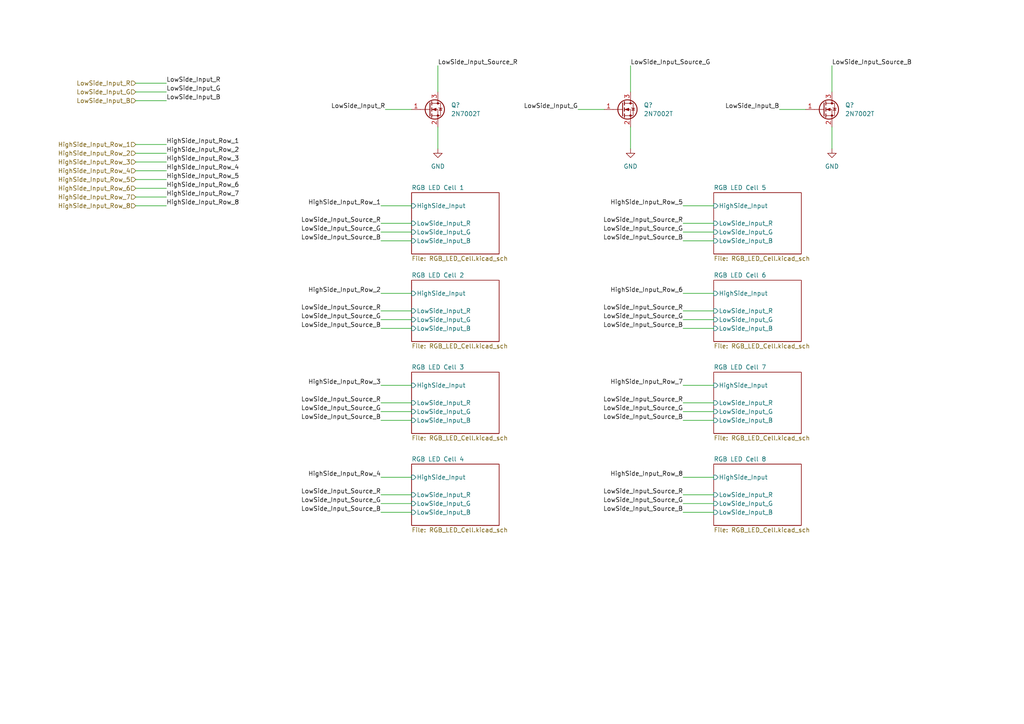
<source format=kicad_sch>
(kicad_sch (version 20230121) (generator eeschema)
  (paper "A4")
  (title_block (title "KiCad 2023 Shen Zhen Badge") (date "2023-09-04") (rev "1") (company "Qingdao IotPi Information Technology Ltd.,") (comment 1 "Designed by Yang Hongbo"))
  (lib_symbols
    (symbol "Device:Q_NMOS_GSD" (pin_names (offset 0) hide)
      (property "Reference" "Q" (at 5.08 1.27 0))
      (property "Value" "Q_NMOS_GSD" (at 5.08 -1.27 0))
      (symbol "Q_NMOS_GSD_0_1"
        (polyline (pts (xy 0.254 0) (xy -2.54 0)))
        (polyline (pts (xy 0.254 1.905) (xy 0.254 -1.905)) (stroke (width 0.254)))
        (polyline (pts (xy 0.762 -1.27) (xy 0.762 -2.286)) (stroke (width 0.254)))
        (polyline (pts (xy 0.762 0.508) (xy 0.762 -0.508)) (stroke (width 0.254)))
        (polyline (pts (xy 0.762 2.286) (xy 0.762 1.27)) (stroke (width 0.254)))
        (polyline (pts (xy 2.54 2.54) (xy 2.54 1.778)))
        (polyline (pts (xy 2.54 -2.54) (xy 2.54 0) (xy 0.762 0)))
        (polyline (pts (xy 0.762 -1.778) (xy 3.302 -1.778) (xy 3.302 1.778) (xy 0.762 1.778)))
        (polyline (pts (xy 1.016 0) (xy 2.032 0.381) (xy 2.032 -0.381) (xy 1.016 0)) (fill (type outline)))
        (polyline (pts (xy 2.794 0.508) (xy 2.921 0.381) (xy 3.683 0.381) (xy 3.81 0.254)))
        (polyline (pts (xy 3.302 0.381) (xy 2.921 -0.254) (xy 3.683 -0.254) (xy 3.302 0.381)))
        (circle (center 1.651 0) (radius 2.794) (stroke (width 0.254)))
        (circle (center 2.54 -1.778) (radius 0.254) (fill (type outline)))
        (circle (center 2.54 1.778) (radius 0.254) (fill (type outline)))
      )
      (symbol "Q_NMOS_GSD_1_1"
        (pin input line (at -5.08 0 0) (length 2.54) (name "G") (number "1"))
        (pin passive line (at 2.54 -5.08 90) (length 2.54) (name "S") (number "2"))
        (pin passive line (at 2.54 5.08 270) (length 2.54) (name "D") (number "3"))
      )
    )
    (symbol "power:GND" (power) (pin_names (offset 0))
      (property "Value" "GND" (at 0 -3.81 0))
      (symbol "GND_0_1"
        (polyline (pts (xy 0 0) (xy 0 -1.27) (xy 1.27 -1.27) (xy 0 -2.54) (xy -1.27 -1.27) (xy 0 -1.27)))
      )
      (symbol "GND_1_1"
        (pin power_in line (at 0 0 270) (length 0) hide (name "GND") (number "1"))
      )
    )
  )
  (wire (pts (xy 241.3 43.18) (xy 241.3 36.83)))
  (wire (pts (xy 39.37 57.15) (xy 48.26 57.15)))
  (wire (pts (xy 119.38 67.31) (xy 110.49 67.31)))
  (wire (pts (xy 119.38 90.17) (xy 110.49 90.17)))
  (wire (pts (xy 207.01 90.17) (xy 198.12 90.17)))
  (wire (pts (xy 207.01 64.77) (xy 198.12 64.77)))
  (wire (pts (xy 39.37 41.91) (xy 48.26 41.91)))
  (wire (pts (xy 233.68 31.75) (xy 226.06 31.75)))
  (wire (pts (xy 207.01 146.05) (xy 198.12 146.05)))
  (wire (pts (xy 207.01 67.31) (xy 198.12 67.31)))
  (wire (pts (xy 39.37 49.53) (xy 48.26 49.53)))
  (wire (pts (xy 127 26.67) (xy 127 19.05)))
  (wire (pts (xy 119.38 85.09) (xy 110.49 85.09)))
  (wire (pts (xy 119.38 111.76) (xy 110.49 111.76)))
  (wire (pts (xy 39.37 44.45) (xy 48.26 44.45)))
  (wire (pts (xy 39.37 29.21) (xy 48.26 29.21)))
  (wire (pts (xy 119.38 146.05) (xy 110.49 146.05)))
  (wire (pts (xy 207.01 95.25) (xy 198.12 95.25)))
  (wire (pts (xy 39.37 26.67) (xy 48.26 26.67)))
  (wire (pts (xy 39.37 54.61) (xy 48.26 54.61)))
  (wire (pts (xy 207.01 92.71) (xy 198.12 92.71)))
  (wire (pts (xy 127 43.18) (xy 127 36.83)))
  (wire (pts (xy 119.38 92.71) (xy 110.49 92.71)))
  (wire (pts (xy 119.38 121.92) (xy 110.49 121.92)))
  (wire (pts (xy 207.01 138.43) (xy 198.12 138.43)))
  (wire (pts (xy 207.01 111.76) (xy 198.12 111.76)))
  (wire (pts (xy 119.38 31.75) (xy 111.76 31.75)))
  (wire (pts (xy 119.38 59.69) (xy 110.49 59.69)))
  (wire (pts (xy 207.01 85.09) (xy 198.12 85.09)))
  (wire (pts (xy 119.38 119.38) (xy 110.49 119.38)))
  (wire (pts (xy 119.38 69.85) (xy 110.49 69.85)))
  (wire (pts (xy 119.38 116.84) (xy 110.49 116.84)))
  (wire (pts (xy 119.38 95.25) (xy 110.49 95.25)))
  (wire (pts (xy 119.38 148.59) (xy 110.49 148.59)))
  (wire (pts (xy 119.38 64.77) (xy 110.49 64.77)))
  (wire (pts (xy 119.38 138.43) (xy 110.49 138.43)))
  (wire (pts (xy 207.01 148.59) (xy 198.12 148.59)))
  (wire (pts (xy 39.37 46.99) (xy 48.26 46.99)))
  (wire (pts (xy 39.37 59.69) (xy 48.26 59.69)))
  (wire (pts (xy 182.88 43.18) (xy 182.88 36.83)))
  (wire (pts (xy 207.01 116.84) (xy 198.12 116.84)))
  (wire (pts (xy 207.01 59.69) (xy 198.12 59.69)))
  (wire (pts (xy 39.37 52.07) (xy 48.26 52.07)))
  (wire (pts (xy 207.01 69.85) (xy 198.12 69.85)))
  (wire (pts (xy 119.38 143.51) (xy 110.49 143.51)))
  (wire (pts (xy 241.3 26.67) (xy 241.3 19.05)))
  (wire (pts (xy 182.88 26.67) (xy 182.88 19.05)))
  (wire (pts (xy 207.01 119.38) (xy 198.12 119.38)))
  (wire (pts (xy 175.26 31.75) (xy 167.64 31.75)))
  (wire (pts (xy 207.01 143.51) (xy 198.12 143.51)))
  (wire (pts (xy 207.01 121.92) (xy 198.12 121.92)))
  (wire (pts (xy 39.37 24.13) (xy 48.26 24.13)))
  (label "LowSide_Input_Source_G" (at 110.49 119.38 180))
  (label "LowSide_Input_R" (at 111.76 31.75 180))
  (label "HighSide_Input_Row_4" (at 110.49 138.43 180))
  (label "LowSide_Input_Source_G" (at 198.12 146.05 180))
  (label "LowSide_Input_Source_G" (at 110.49 92.71 180))
  (label "LowSide_Input_G" (at 48.26 26.67 0))
  (label "HighSide_Input_Row_6" (at 198.12 85.09 180))
  (label "LowSide_Input_Source_G" (at 198.12 92.71 180))
  (label "LowSide_Input_Source_B" (at 110.49 121.92 180))
  (label "LowSide_Input_Source_R" (at 110.49 64.77 180))
  (label "LowSide_Input_B" (at 48.26 29.21 0))
  (label "HighSide_Input_Row_5" (at 48.26 52.07 0))
  (label "LowSide_Input_Source_R" (at 127 19.05 0))
  (label "LowSide_Input_R" (at 48.26 24.13 0))
  (label "LowSide_Input_Source_B" (at 198.12 95.25 180))
  (label "HighSide_Input_Row_2" (at 110.49 85.09 180))
  (label "HighSide_Input_Row_3" (at 48.26 46.99 0))
  (label "LowSide_Input_Source_R" (at 198.12 90.17 180))
  (label "HighSide_Input_Row_6" (at 48.26 54.61 0))
  (label "LowSide_Input_Source_R" (at 110.49 90.17 180))
  (label "LowSide_Input_Source_R" (at 110.49 143.51 180))
  (label "LowSide_Input_Source_B" (at 110.49 95.25 180))
  (label "LowSide_Input_Source_R" (at 198.12 116.84 180))
  (label "HighSide_Input_Row_8" (at 198.12 138.43 180))
  (label "HighSide_Input_Row_5" (at 198.12 59.69 180))
  (label "LowSide_Input_Source_B" (at 110.49 69.85 180))
  (label "HighSide_Input_Row_7" (at 198.12 111.76 180))
  (label "LowSide_Input_Source_B" (at 241.3 19.05 0))
  (label "LowSide_Input_Source_R" (at 110.49 116.84 180))
  (label "LowSide_Input_Source_B" (at 198.12 148.59 180))
  (label "HighSide_Input_Row_8" (at 48.26 59.69 0))
  (label "LowSide_Input_Source_B" (at 198.12 69.85 180))
  (label "HighSide_Input_Row_1" (at 48.26 41.91 0))
  (label "LowSide_Input_G" (at 167.64 31.75 180))
  (label "LowSide_Input_Source_G" (at 198.12 67.31 180))
  (label "LowSide_Input_Source_R" (at 198.12 143.51 180))
  (label "HighSide_Input_Row_2" (at 48.26 44.45 0))
  (label "LowSide_Input_Source_B" (at 198.12 121.92 180))
  (label "LowSide_Input_Source_G" (at 182.88 19.05 0))
  (label "HighSide_Input_Row_7" (at 48.26 57.15 0))
  (label "LowSide_Input_Source_G" (at 110.49 146.05 180))
  (label "HighSide_Input_Row_3" (at 110.49 111.76 180))
  (label "LowSide_Input_Source_G" (at 110.49 67.31 180))
  (label "LowSide_Input_B" (at 226.06 31.75 180))
  (label "LowSide_Input_Source_G" (at 198.12 119.38 180))
  (label "HighSide_Input_Row_4" (at 48.26 49.53 0))
  (label "LowSide_Input_Source_B" (at 110.49 148.59 180))
  (label "HighSide_Input_Row_1" (at 110.49 59.69 180))
  (label "LowSide_Input_Source_R" (at 198.12 64.77 180))
  (hierarchical_label "LowSide_Input_R" (shape input) (at 39.37 24.13 180))
  (hierarchical_label "HighSide_Input_Row_7" (shape input) (at 39.37 57.15 180))
  (hierarchical_label "HighSide_Input_Row_6" (shape input) (at 39.37 54.61 180))
  (hierarchical_label "HighSide_Input_Row_4" (shape input) (at 39.37 49.53 180))
  (hierarchical_label "HighSide_Input_Row_8" (shape input) (at 39.37 59.69 180))
  (hierarchical_label "HighSide_Input_Row_1" (shape input) (at 39.37 41.91 180))
  (hierarchical_label "HighSide_Input_Row_5" (shape input) (at 39.37 52.07 180))
  (hierarchical_label "HighSide_Input_Row_2" (shape input) (at 39.37 44.45 180))
  (hierarchical_label "LowSide_Input_G" (shape input) (at 39.37 26.67 180))
  (hierarchical_label "HighSide_Input_Row_3" (shape input) (at 39.37 46.99 180))
  (hierarchical_label "LowSide_Input_B" (shape input) (at 39.37 29.21 180))
  (symbol (lib_id "Device:Q_NMOS_GSD") (at 180.34 31.75 0) (unit 1)
    (property "Reference" "Q?" (at 186.69 30.48 0) (effects (justify left)))
    (property "Value" "2N7002T" (at 186.69 33.02 0) (effects (justify left)))
    (property "Footprint" "Package_TO_SOT_SMD:SOT-523" (effects hide))
    (property "Description" "类型: N沟道 漏源电压(Vdss): 60V 连续漏极电流(Id): 300mA 功率(Pd): 200mW 导通电阻(RDS(on)@Vgs,Id):" (effects hide))
    (property "LCSC" "C5224243" (effects hide))
    (property "Vendor" "ElecSuper(静芯微）" (effects hide))
    (property "Vendor Model" "2N7002T" (effects hide))
    (instances (project "KiConSZ2023" (path "" (reference "Q?") (unit 1)) (path "" (reference "Q?") (unit 1)) (path "" (reference "Q3") (unit 1)) (path "" (reference "Q6") (unit 1)) (path "" (reference "Q9") (unit 1)) (path "" (reference "Q12") (unit 1)) (path "" (reference "Q15") (unit 1)) (path "" (reference "Q18") (unit 1))))
  )
  (symbol (lib_id "power:GND") (at 182.88 43.18 0) (unit 1)
    (property "Reference" "#PWR028" (effects hide))
    (property "Value" "GND" (at 182.88 48.26 0))
    (instances (project "KiConSZ2023" (path "" (reference "#PWR028") (unit 1)) (path "" (reference "#PWR029") (unit 1)) (path "" (reference "#PWR030") (unit 1)) (path "" (reference "#PWR031") (unit 1)) (path "" (reference "#PWR032") (unit 1)) (path "" (reference "#PWR033") (unit 1))))
  )
  (symbol (lib_id "Device:Q_NMOS_GSD") (at 238.76 31.75 0) (unit 1)
    (property "Reference" "Q?" (at 245.11 30.48 0) (effects (justify left)))
    (property "Value" "2N7002T" (at 245.11 33.02 0) (effects (justify left)))
    (property "Footprint" "Package_TO_SOT_SMD:SOT-523" (effects hide))
    (property "Description" "类型: N沟道 漏源电压(Vdss): 60V 连续漏极电流(Id): 300mA 功率(Pd): 200mW 导通电阻(RDS(on)@Vgs,Id):" (effects hide))
    (property "LCSC" "C5224243" (effects hide))
    (property "Vendor" "ElecSuper(静芯微）" (effects hide))
    (property "Vendor Model" "2N7002T" (effects hide))
    (instances (project "KiConSZ2023" (path "" (reference "Q?") (unit 1)) (path "" (reference "Q?") (unit 1)) (path "" (reference "Q4") (unit 1)) (path "" (reference "Q7") (unit 1)) (path "" (reference "Q10") (unit 1)) (path "" (reference "Q13") (unit 1)) (path "" (reference "Q16") (unit 1)) (path "" (reference "Q19") (unit 1))))
  )
  (symbol (lib_id "power:GND") (at 127 43.18 0) (unit 1)
    (property "Reference" "#PWR022" (effects hide))
    (property "Value" "GND" (at 127 48.26 0))
    (instances (project "KiConSZ2023" (path "" (reference "#PWR022") (unit 1)) (path "" (reference "#PWR023") (unit 1)) (path "" (reference "#PWR024") (unit 1)) (path "" (reference "#PWR025") (unit 1)) (path "" (reference "#PWR026") (unit 1)) (path "" (reference "#PWR027") (unit 1))))
  )
  (symbol (lib_id "Device:Q_NMOS_GSD") (at 124.46 31.75 0) (unit 1)
    (property "Reference" "Q?" (at 130.81 30.48 0) (effects (justify left)))
    (property "Value" "2N7002T" (at 130.81 33.02 0) (effects (justify left)))
    (property "Footprint" "Package_TO_SOT_SMD:SOT-523" (effects hide))
    (property "Description" "类型: N沟道 漏源电压(Vdss): 60V 连续漏极电流(Id): 300mA 功率(Pd): 200mW 导通电阻(RDS(on)@Vgs,Id):" (effects hide))
    (property "LCSC" "C5224243" (effects hide))
    (property "Vendor" "ElecSuper(静芯微）" (effects hide))
    (property "Vendor Model" "2N7002T" (effects hide))
    (instances (project "KiConSZ2023" (path "" (reference "Q?") (unit 1)) (path "" (reference "Q?") (unit 1)) (path "" (reference "Q2") (unit 1)) (path "" (reference "Q5") (unit 1)) (path "" (reference "Q8") (unit 1)) (path "" (reference "Q11") (unit 1)) (path "" (reference "Q14") (unit 1)) (path "" (reference "Q17") (unit 1))))
  )
  (symbol (lib_id "power:GND") (at 241.3 43.18 0) (unit 1)
    (property "Reference" "#PWR034" (effects hide))
    (property "Value" "GND" (at 241.3 48.26 0))
    (instances (project "KiConSZ2023" (path "" (reference "#PWR034") (unit 1)) (path "" (reference "#PWR035") (unit 1)) (path "" (reference "#PWR036") (unit 1)) (path "" (reference "#PWR037") (unit 1)) (path "" (reference "#PWR038") (unit 1)) (path "" (reference "#PWR039") (unit 1))))
  )
  (sheet (at 119.38 55.88) (size 25.4 17.78) (stroke (width 0.1524))
    (property "Sheetname" "RGB LED Cell 1" (at 119.38 55.1684 0) (effects (justify left bottom)))
    (property "Sheetfile" "RGB_LED_Cell.kicad_sch" (at 119.38 74.2446 0) (effects (justify left top)))
    (pin "LowSide_Input_R" input (at 119.38 64.77 180))
    (pin "HighSide_Input" input (at 119.38 59.69 180))
    (pin "LowSide_Input_B" input (at 119.38 69.85 180))
    (pin "LowSide_Input_G" input (at 119.38 67.31 180))
  )
  (sheet (at 119.38 81.28) (size 25.4 17.78) (stroke (width 0.1524))
    (property "Sheetname" "RGB LED Cell 2" (at 119.38 80.5684 0) (effects (justify left bottom)))
    (property "Sheetfile" "RGB_LED_Cell.kicad_sch" (at 119.38 99.6446 0) (effects (justify left top)))
    (pin "LowSide_Input_R" input (at 119.38 90.17 180))
    (pin "HighSide_Input" input (at 119.38 85.09 180))
    (pin "LowSide_Input_B" input (at 119.38 95.25 180))
    (pin "LowSide_Input_G" input (at 119.38 92.71 180))
  )
  (sheet (at 207.01 55.88) (size 25.4 17.78) (stroke (width 0.1524))
    (property "Sheetname" "RGB LED Cell 5" (at 207.01 55.1684 0) (effects (justify left bottom)))
    (property "Sheetfile" "RGB_LED_Cell.kicad_sch" (at 207.01 74.2446 0) (effects (justify left top)))
    (pin "LowSide_Input_R" input (at 207.01 64.77 180))
    (pin "HighSide_Input" input (at 207.01 59.69 180))
    (pin "LowSide_Input_B" input (at 207.01 69.85 180))
    (pin "LowSide_Input_G" input (at 207.01 67.31 180))
  )
  (sheet (at 119.38 134.62) (size 25.4 17.78) (stroke (width 0.1524))
    (property "Sheetname" "RGB LED Cell 4" (at 119.38 133.9084 0) (effects (justify left bottom)))
    (property "Sheetfile" "RGB_LED_Cell.kicad_sch" (at 119.38 152.9846 0) (effects (justify left top)))
    (pin "LowSide_Input_R" input (at 119.38 143.51 180))
    (pin "HighSide_Input" input (at 119.38 138.43 180))
    (pin "LowSide_Input_B" input (at 119.38 148.59 180))
    (pin "LowSide_Input_G" input (at 119.38 146.05 180))
  )
  (sheet (at 207.01 107.95) (size 25.4 17.78) (stroke (width 0.1524))
    (property "Sheetname" "RGB LED Cell 7" (at 207.01 107.2384 0) (effects (justify left bottom)))
    (property "Sheetfile" "RGB_LED_Cell.kicad_sch" (at 207.01 126.3146 0) (effects (justify left top)))
    (pin "LowSide_Input_R" input (at 207.01 116.84 180))
    (pin "HighSide_Input" input (at 207.01 111.76 180))
    (pin "LowSide_Input_B" input (at 207.01 121.92 180))
    (pin "LowSide_Input_G" input (at 207.01 119.38 180))
  )
  (sheet (at 207.01 134.62) (size 25.4 17.78) (stroke (width 0.1524))
    (property "Sheetname" "RGB LED Cell 8" (at 207.01 133.9084 0) (effects (justify left bottom)))
    (property "Sheetfile" "RGB_LED_Cell.kicad_sch" (at 207.01 152.9846 0) (effects (justify left top)))
    (pin "LowSide_Input_R" input (at 207.01 143.51 180))
    (pin "HighSide_Input" input (at 207.01 138.43 180))
    (pin "LowSide_Input_B" input (at 207.01 148.59 180))
    (pin "LowSide_Input_G" input (at 207.01 146.05 180))
  )
  (sheet (at 207.01 81.28) (size 25.4 17.78) (stroke (width 0.1524))
    (property "Sheetname" "RGB LED Cell 6" (at 207.01 80.5684 0) (effects (justify left bottom)))
    (property "Sheetfile" "RGB_LED_Cell.kicad_sch" (at 207.01 99.6446 0) (effects (justify left top)))
    (pin "LowSide_Input_R" input (at 207.01 90.17 180))
    (pin "HighSide_Input" input (at 207.01 85.09 180))
    (pin "LowSide_Input_B" input (at 207.01 95.25 180))
    (pin "LowSide_Input_G" input (at 207.01 92.71 180))
  )
  (sheet (at 119.38 107.95) (size 25.4 17.78) (stroke (width 0.1524))
    (property "Sheetname" "RGB LED Cell 3" (at 119.38 107.2384 0) (effects (justify left bottom)))
    (property "Sheetfile" "RGB_LED_Cell.kicad_sch" (at 119.38 126.3146 0) (effects (justify left top)))
    (pin "LowSide_Input_R" input (at 119.38 116.84 180))
    (pin "HighSide_Input" input (at 119.38 111.76 180))
    (pin "LowSide_Input_B" input (at 119.38 121.92 180))
    (pin "LowSide_Input_G" input (at 119.38 119.38 180))
  )
)
</source>
